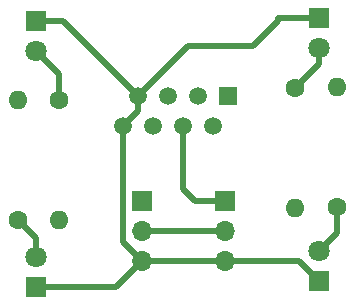
<source format=gbr>
%TF.GenerationSoftware,KiCad,Pcbnew,7.0.9*%
%TF.CreationDate,2023-12-13T17:42:54-05:00*%
%TF.ProjectId,Servo_Adapt,53657276-6f5f-4416-9461-70742e6b6963,rev?*%
%TF.SameCoordinates,Original*%
%TF.FileFunction,Copper,L2,Bot*%
%TF.FilePolarity,Positive*%
%FSLAX46Y46*%
G04 Gerber Fmt 4.6, Leading zero omitted, Abs format (unit mm)*
G04 Created by KiCad (PCBNEW 7.0.9) date 2023-12-13 17:42:54*
%MOMM*%
%LPD*%
G01*
G04 APERTURE LIST*
%TA.AperFunction,ComponentPad*%
%ADD10C,1.600000*%
%TD*%
%TA.AperFunction,ComponentPad*%
%ADD11O,1.600000X1.600000*%
%TD*%
%TA.AperFunction,ComponentPad*%
%ADD12R,1.800000X1.800000*%
%TD*%
%TA.AperFunction,ComponentPad*%
%ADD13C,1.800000*%
%TD*%
%TA.AperFunction,ComponentPad*%
%ADD14R,1.700000X1.700000*%
%TD*%
%TA.AperFunction,ComponentPad*%
%ADD15O,1.700000X1.700000*%
%TD*%
%TA.AperFunction,ComponentPad*%
%ADD16R,1.500000X1.500000*%
%TD*%
%TA.AperFunction,ComponentPad*%
%ADD17C,1.500000*%
%TD*%
%TA.AperFunction,Conductor*%
%ADD18C,0.500000*%
%TD*%
G04 APERTURE END LIST*
D10*
%TO.P,R4,1*%
%TO.N,Net-(D4-A)*%
X151000000Y-77920000D03*
D11*
%TO.P,R4,2*%
%TO.N,Net-(J1-Pad2)*%
X151000000Y-88080000D03*
%TD*%
D10*
%TO.P,R3,1*%
%TO.N,Net-(D3-A)*%
X154500000Y-88000000D03*
D11*
%TO.P,R3,2*%
%TO.N,Net-(J1-Pad1)*%
X154500000Y-77840000D03*
%TD*%
D12*
%TO.P,D4,1,K*%
%TO.N,Net-(D1-K)*%
X153000000Y-72000000D03*
D13*
%TO.P,D4,2,A*%
%TO.N,Net-(D4-A)*%
X153000000Y-74540000D03*
%TD*%
D12*
%TO.P,D3,1,K*%
%TO.N,Net-(D1-K)*%
X153000000Y-94275000D03*
D13*
%TO.P,D3,2,A*%
%TO.N,Net-(D3-A)*%
X153000000Y-91735000D03*
%TD*%
D10*
%TO.P,R2,1*%
%TO.N,Net-(D1-A)*%
X131000000Y-78920000D03*
D11*
%TO.P,R2,2*%
%TO.N,Net-(J1-Pad2)*%
X131000000Y-89080000D03*
%TD*%
D10*
%TO.P,R1,1*%
%TO.N,Net-(D2-A)*%
X127500000Y-89080000D03*
D11*
%TO.P,R1,2*%
%TO.N,Net-(J1-Pad1)*%
X127500000Y-78920000D03*
%TD*%
D14*
%TO.P,J3,1,Pin_1*%
%TO.N,Net-(J3-Pin_1)*%
X138000000Y-87500000D03*
D15*
%TO.P,J3,2,Pin_2*%
%TO.N,Net-(J2-Pin_2)*%
X138000000Y-90040000D03*
%TO.P,J3,3,Pin_3*%
%TO.N,Net-(D1-K)*%
X138000000Y-92580000D03*
%TD*%
D14*
%TO.P,J2,1,Pin_1*%
%TO.N,Net-(J2-Pin_1)*%
X145000000Y-87460000D03*
D15*
%TO.P,J2,2,Pin_2*%
%TO.N,Net-(J2-Pin_2)*%
X145000000Y-90000000D03*
%TO.P,J2,3,Pin_3*%
%TO.N,Net-(D1-K)*%
X145000000Y-92540000D03*
%TD*%
D16*
%TO.P,J1,1*%
%TO.N,Net-(J1-Pad1)*%
X145282500Y-78600000D03*
D17*
%TO.P,J1,2*%
%TO.N,Net-(J1-Pad2)*%
X144012500Y-81140000D03*
%TO.P,J1,3*%
%TO.N,Net-(J2-Pin_2)*%
X142742500Y-78600000D03*
%TO.P,J1,4*%
%TO.N,Net-(J2-Pin_1)*%
X141472500Y-81140000D03*
%TO.P,J1,5*%
%TO.N,Net-(J3-Pin_1)*%
X140202500Y-78600000D03*
%TO.P,J1,6*%
%TO.N,unconnected-(J1-Pad6)*%
X138932500Y-81140000D03*
%TO.P,J1,7*%
%TO.N,Net-(D1-K)*%
X137662500Y-78600000D03*
%TO.P,J1,8*%
X136392500Y-81140000D03*
%TD*%
D12*
%TO.P,D2,1,K*%
%TO.N,Net-(D1-K)*%
X129000000Y-94775000D03*
D13*
%TO.P,D2,2,A*%
%TO.N,Net-(D2-A)*%
X129000000Y-92235000D03*
%TD*%
D12*
%TO.P,D1,1,K*%
%TO.N,Net-(D1-K)*%
X129000000Y-72225000D03*
D13*
%TO.P,D1,2,A*%
%TO.N,Net-(D1-A)*%
X129000000Y-74765000D03*
%TD*%
D18*
%TO.N,Net-(J2-Pin_1)*%
X142460000Y-87460000D02*
X141472500Y-86472500D01*
X141472500Y-86472500D02*
X141472500Y-81140000D01*
X145000000Y-87460000D02*
X142460000Y-87460000D01*
%TO.N,Net-(J2-Pin_2)*%
X144960000Y-90040000D02*
X145000000Y-90000000D01*
X138000000Y-90040000D02*
X144960000Y-90040000D01*
%TO.N,Net-(D3-A)*%
X154500000Y-90235000D02*
X153000000Y-91735000D01*
X154500000Y-88000000D02*
X154500000Y-90235000D01*
%TO.N,Net-(D4-A)*%
X153000000Y-75920000D02*
X151000000Y-77920000D01*
X153000000Y-74540000D02*
X153000000Y-75920000D01*
%TO.N,Net-(D1-A)*%
X131000000Y-76765000D02*
X129000000Y-74765000D01*
X131000000Y-78920000D02*
X131000000Y-76765000D01*
%TO.N,Net-(D2-A)*%
X129000000Y-92235000D02*
X129000000Y-90580000D01*
X129000000Y-90580000D02*
X127500000Y-89080000D01*
%TO.N,Net-(D1-K)*%
X151265000Y-92540000D02*
X153000000Y-94275000D01*
X145000000Y-92540000D02*
X151265000Y-92540000D01*
X144960000Y-92580000D02*
X145000000Y-92540000D01*
X138000000Y-92580000D02*
X144960000Y-92580000D01*
X135805000Y-94775000D02*
X138000000Y-92580000D01*
X129000000Y-94775000D02*
X135805000Y-94775000D01*
X136392500Y-90972500D02*
X138000000Y-92580000D01*
X136392500Y-81140000D02*
X136392500Y-90972500D01*
X137662500Y-78600000D02*
X137662500Y-79870000D01*
X137662500Y-79870000D02*
X136392500Y-81140000D01*
X149500000Y-72000000D02*
X153000000Y-72000000D01*
X149500000Y-72272348D02*
X149500000Y-72000000D01*
X147422348Y-74350000D02*
X149500000Y-72272348D01*
X141912500Y-74350000D02*
X147422348Y-74350000D01*
X137662500Y-78600000D02*
X141912500Y-74350000D01*
X131287500Y-72225000D02*
X137662500Y-78600000D01*
X129000000Y-72225000D02*
X131287500Y-72225000D01*
%TD*%
M02*

</source>
